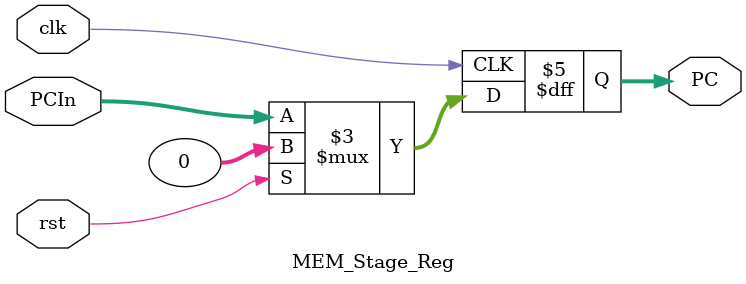
<source format=v>
module MEM_Stage_Reg (
  input clk, rst,
  input[31:0] PCIn,
  output reg[31:0] PC,
  );
  always @ (posedge clk) begin
    if (rst) begin
      {PC} <= 0;
    end
    else begin
      PC <= PCIn;
    end
  end
endmodule
</source>
